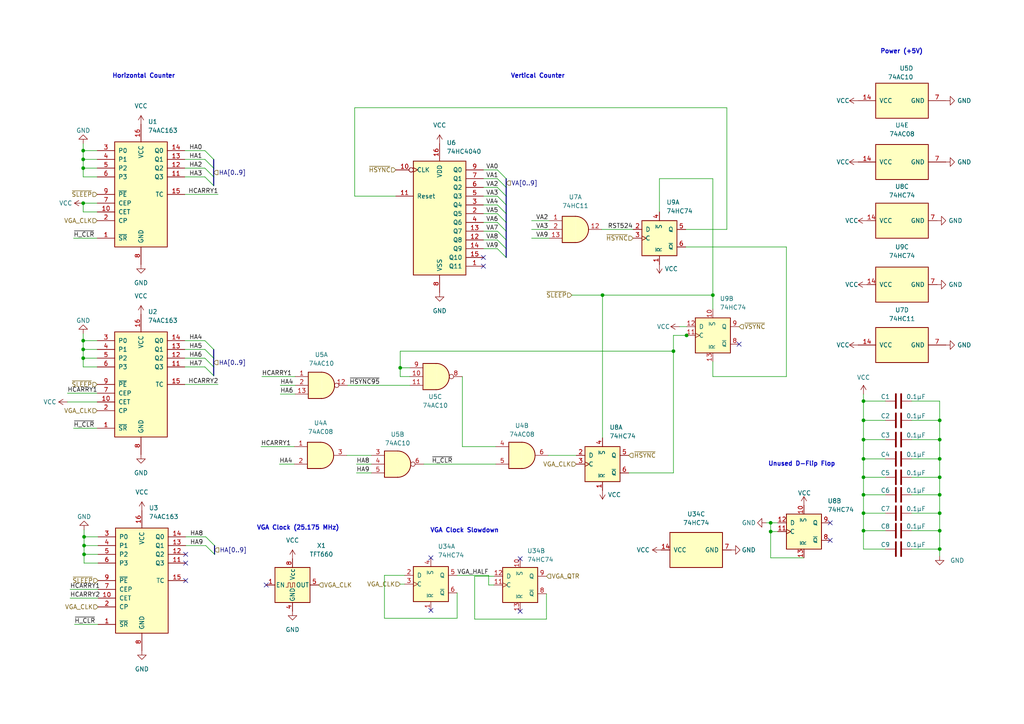
<source format=kicad_sch>
(kicad_sch (version 20211123) (generator eeschema)
  (paper "A4")
  (title_block (title "Synchronization") (date "2022-10-05") (rev "1.0") (company "Korey Bliss") (comment 1 "https://github.com/kblissExternal/6502"))
  (lib_symbols
    (symbol "4xxx:4040" (pin_names (offset 1.016))
      (property "Reference" "U" (at -7.62 16.51 0))
      (property "Value" "4040" (at -7.62 -19.05 0))
      (symbol "4040_1_0"
        (pin output line (at 12.7 -15.24 180) (length 5.08) (name "Q11") (number "1"))
        (pin input inverted_clock (at -12.7 12.7 0) (length 5.08) (name "CLK") (number "10"))
        (pin input line (at -12.7 5.08 0) (length 5.08) (name "Reset") (number "11"))
        (pin output line (at 12.7 -7.62 180) (length 5.08) (name "Q8") (number "12"))
        (pin output line (at 12.7 -5.08 180) (length 5.08) (name "Q7") (number "13"))
        (pin output line (at 12.7 -10.16 180) (length 5.08) (name "Q9") (number "14"))
        (pin output line (at 12.7 -12.7 180) (length 5.08) (name "Q10") (number "15"))
        (pin power_in line (at 0 20.32 270) (length 5.08) (name "VDD") (number "16"))
        (pin output line (at 12.7 0 180) (length 5.08) (name "Q5") (number "2"))
        (pin output line (at 12.7 2.54 180) (length 5.08) (name "Q4") (number "3"))
        (pin output line (at 12.7 -2.54 180) (length 5.08) (name "Q6") (number "4"))
        (pin output line (at 12.7 5.08 180) (length 5.08) (name "Q3") (number "5"))
        (pin output line (at 12.7 7.62 180) (length 5.08) (name "Q2") (number "6"))
        (pin output line (at 12.7 10.16 180) (length 5.08) (name "Q1") (number "7"))
        (pin power_in line (at 0 -22.86 90) (length 5.08) (name "VSS") (number "8"))
        (pin output line (at 12.7 12.7 180) (length 5.08) (name "Q0") (number "9"))
      )
    )
    (symbol "74acxx:74AC08" (pin_names (offset 1.016))
      (property "Reference" "U" (at 0 1.27 0))
      (property "Value" "74AC08" (at 0 -1.27 0))
      (symbol "74AC08_1_1"
        (pin input line (at -7.62 2.54 0) (length 3.81) (name "~") (number "1"))
        (pin input line (at -7.62 -2.54 0) (length 3.81) (name "~") (number "2"))
        (pin output line (at 7.62 0 180) (length 3.81) (name "~") (number "3"))
      )
      (symbol "74AC08_1_2"
        (pin input inverted (at -7.62 2.54 0) (length 4.318) (name "~") (number "1"))
        (pin input inverted (at -7.62 -2.54 0) (length 4.318) (name "~") (number "2"))
        (pin output inverted (at 7.62 0 180) (length 3.81) (name "~") (number "3"))
      )
      (symbol "74AC08_2_1"
        (pin input line (at -7.62 2.54 0) (length 3.81) (name "~") (number "4"))
        (pin input line (at -7.62 -2.54 0) (length 3.81) (name "~") (number "5"))
        (pin output line (at 7.62 0 180) (length 3.81) (name "~") (number "6"))
      )
      (symbol "74AC08_2_2"
        (pin input inverted (at -7.62 2.54 0) (length 4.318) (name "~") (number "4"))
        (pin input inverted (at -7.62 -2.54 0) (length 4.318) (name "~") (number "5"))
        (pin output inverted (at 7.62 0 180) (length 3.81) (name "~") (number "6"))
      )
      (symbol "74AC08_3_1"
        (pin input line (at -7.62 -2.54 0) (length 3.81) (name "~") (number "10"))
        (pin output line (at 7.62 0 180) (length 3.81) (name "~") (number "8"))
        (pin input line (at -7.62 2.54 0) (length 3.81) (name "~") (number "9"))
      )
      (symbol "74AC08_3_2"
        (pin input inverted (at -7.62 -2.54 0) (length 4.318) (name "~") (number "10"))
        (pin output inverted (at 7.62 0 180) (length 3.81) (name "~") (number "8"))
        (pin input inverted (at -7.62 2.54 0) (length 4.318) (name "~") (number "9"))
      )
      (symbol "74AC08_4_1"
        (pin output line (at 7.62 0 180) (length 3.81) (name "~") (number "11"))
        (pin input line (at -7.62 2.54 0) (length 3.81) (name "~") (number "12"))
        (pin input line (at -7.62 -2.54 0) (length 3.81) (name "~") (number "13"))
      )
      (symbol "74AC08_4_2"
        (pin output inverted (at 7.62 0 180) (length 3.81) (name "~") (number "11"))
        (pin input inverted (at -7.62 2.54 0) (length 4.318) (name "~") (number "12"))
        (pin input inverted (at -7.62 -2.54 0) (length 4.318) (name "~") (number "13"))
      )
      (symbol "74AC08_5_0"
        (pin power_in line (at 0 12.7 270) (length 5.08) (name "VCC") (number "14"))
        (pin power_in line (at 0 -12.7 90) (length 5.08) (name "GND") (number "7"))
      )
    )
    (symbol "74acxx:74AC10" (pin_names (offset 1.016))
      (property "Reference" "U" (at 0 1.27 0))
      (property "Value" "74AC10" (at 0 -1.27 0))
      (symbol "74AC10_1_1"
        (pin input line (at -7.62 2.54 0) (length 3.81) (name "~") (number "1"))
        (pin output inverted (at 7.62 0 180) (length 3.81) (name "~") (number "12"))
        (pin input line (at -7.62 -2.54 0) (length 3.81) (name "~") (number "13"))
        (pin input line (at -7.62 0 0) (length 3.81) (name "~") (number "2"))
      )
      (symbol "74AC10_1_2"
        (pin input inverted (at -7.62 2.54 0) (length 4.318) (name "~") (number "1"))
        (pin output line (at 7.62 0 180) (length 3.81) (name "~") (number "12"))
        (pin input inverted (at -7.62 -2.54 0) (length 4.318) (name "~") (number "13"))
        (pin input inverted (at -7.62 0 0) (length 4.953) (name "~") (number "2"))
      )
      (symbol "74AC10_2_1"
        (pin input line (at -7.62 2.54 0) (length 3.81) (name "~") (number "3"))
        (pin input line (at -7.62 0 0) (length 3.81) (name "~") (number "4"))
        (pin input line (at -7.62 -2.54 0) (length 3.81) (name "~") (number "5"))
        (pin output inverted (at 7.62 0 180) (length 3.81) (name "~") (number "6"))
      )
      (symbol "74AC10_2_2"
        (pin input inverted (at -7.62 2.54 0) (length 4.318) (name "~") (number "3"))
        (pin input inverted (at -7.62 0 0) (length 4.953) (name "~") (number "4"))
        (pin input inverted (at -7.62 -2.54 0) (length 4.318) (name "~") (number "5"))
        (pin output line (at 7.62 0 180) (length 3.81) (name "~") (number "6"))
      )
      (symbol "74AC10_3_1"
        (pin input line (at -7.62 0 0) (length 3.81) (name "~") (number "10"))
        (pin input line (at -7.62 -2.54 0) (length 3.81) (name "~") (number "11"))
        (pin output inverted (at 7.62 0 180) (length 3.81) (name "~") (number "8"))
        (pin input line (at -7.62 2.54 0) (length 3.81) (name "~") (number "9"))
      )
      (symbol "74AC10_3_2"
        (pin input inverted (at -7.62 0 0) (length 4.953) (name "~") (number "10"))
        (pin input inverted (at -7.62 -2.54 0) (length 4.318) (name "~") (number "11"))
        (pin output line (at 7.62 0 180) (length 3.81) (name "~") (number "8"))
        (pin input inverted (at -7.62 2.54 0) (length 4.318) (name "~") (number "9"))
      )
      (symbol "74AC10_4_0"
        (pin power_in line (at 0 12.7 270) (length 5.08) (name "VCC") (number "14"))
        (pin power_in line (at 0 -12.7 90) (length 5.08) (name "GND") (number "7"))
      )
    )
    (symbol "74acxx:74AC163" (pin_names (offset 1.016))
      (property "Reference" "U" (at -7.62 16.51 0))
      (property "Value" "74AC163" (at -7.62 -16.51 0))
      (symbol "74AC163_1_0"
        (pin input line (at -12.7 -12.7 0) (length 5.08) (name "~{SR}") (number "1"))
        (pin input line (at -12.7 -5.08 0) (length 5.08) (name "CET") (number "10"))
        (pin output line (at 12.7 5.08 180) (length 5.08) (name "Q3") (number "11"))
        (pin output line (at 12.7 7.62 180) (length 5.08) (name "Q2") (number "12"))
        (pin output line (at 12.7 10.16 180) (length 5.08) (name "Q1") (number "13"))
        (pin output line (at 12.7 12.7 180) (length 5.08) (name "Q0") (number "14"))
        (pin output line (at 12.7 0 180) (length 5.08) (name "TC") (number "15"))
        (pin power_in line (at 0 20.32 270) (length 5.08) (name "VCC") (number "16"))
        (pin input line (at -12.7 -7.62 0) (length 5.08) (name "CP") (number "2"))
        (pin input line (at -12.7 12.7 0) (length 5.08) (name "P0") (number "3"))
        (pin input line (at -12.7 10.16 0) (length 5.08) (name "P1") (number "4"))
        (pin input line (at -12.7 7.62 0) (length 5.08) (name "P2") (number "5"))
        (pin input line (at -12.7 5.08 0) (length 5.08) (name "P3") (number "6"))
        (pin input line (at -12.7 -2.54 0) (length 5.08) (name "CEP") (number "7"))
        (pin power_in line (at 0 -20.32 90) (length 5.08) (name "GND") (number "8"))
        (pin input line (at -12.7 0 0) (length 5.08) (name "~{PE}") (number "9"))
      )
    )
    (symbol "74acxx:74HC11" (pin_names (offset 1.016))
      (property "Reference" "U" (at 0 1.27 0))
      (property "Value" "74HC11" (at 0 -1.27 0))
      (symbol "74HC11_1_1"
        (pin input line (at -7.62 2.54 0) (length 3.81) (name "~") (number "1"))
        (pin output line (at 7.62 0 180) (length 3.81) (name "~") (number "12"))
        (pin input line (at -7.62 -2.54 0) (length 3.81) (name "~") (number "13"))
        (pin input line (at -7.62 0 0) (length 3.81) (name "~") (number "2"))
      )
      (symbol "74HC11_1_2"
        (pin input inverted (at -7.62 2.54 0) (length 4.318) (name "~") (number "1"))
        (pin output inverted (at 7.62 0 180) (length 3.81) (name "~") (number "12"))
        (pin input inverted (at -7.62 -2.54 0) (length 4.318) (name "~") (number "13"))
        (pin input inverted (at -7.62 0 0) (length 4.953) (name "~") (number "2"))
      )
      (symbol "74HC11_2_1"
        (pin input line (at -7.62 2.54 0) (length 3.81) (name "~") (number "3"))
        (pin input line (at -7.62 0 0) (length 3.81) (name "~") (number "4"))
        (pin input line (at -7.62 -2.54 0) (length 3.81) (name "~") (number "5"))
        (pin output line (at 7.62 0 180) (length 3.81) (name "~") (number "6"))
      )
      (symbol "74HC11_2_2"
        (pin input inverted (at -7.62 2.54 0) (length 4.318) (name "~") (number "3"))
        (pin input inverted (at -7.62 0 0) (length 4.953) (name "~") (number "4"))
        (pin input inverted (at -7.62 -2.54 0) (length 4.318) (name "~") (number "5"))
        (pin output inverted (at 7.62 0 180) (length 3.81) (name "~") (number "6"))
      )
      (symbol "74HC11_3_1"
        (pin input line (at -7.62 0 0) (length 3.81) (name "~") (number "10"))
        (pin input line (at -7.62 -2.54 0) (length 3.81) (name "~") (number "11"))
        (pin output line (at 7.62 0 180) (length 3.81) (name "~") (number "8"))
        (pin input line (at -7.62 2.54 0) (length 3.81) (name "~") (number "9"))
      )
      (symbol "74HC11_3_2"
        (pin input inverted (at -7.62 0 0) (length 4.953) (name "~") (number "10"))
        (pin input inverted (at -7.62 -2.54 0) (length 4.318) (name "~") (number "11"))
        (pin output inverted (at 7.62 0 180) (length 3.81) (name "~") (number "8"))
        (pin input inverted (at -7.62 2.54 0) (length 4.318) (name "~") (number "9"))
      )
      (symbol "74HC11_4_0"
        (pin power_in line (at 0 12.7 270) (length 5.08) (name "VCC") (number "14"))
        (pin power_in line (at 0 -12.7 90) (length 5.08) (name "GND") (number "7"))
      )
    )
    (symbol "74xx:74HC74" (pin_names (offset 1.016))
      (property "Reference" "U" (at -7.62 8.89 0))
      (property "Value" "74HC74" (at -7.62 -8.89 0))
      (symbol "74HC74_1_0"
        (pin input line (at 0 -7.62 90) (length 2.54) (name "~{R}") (number "1"))
        (pin input line (at -7.62 2.54 0) (length 2.54) (name "D") (number "2"))
        (pin input clock (at -7.62 0 0) (length 2.54) (name "C") (number "3"))
        (pin input line (at 0 7.62 270) (length 2.54) (name "~{S}") (number "4"))
        (pin output line (at 7.62 2.54 180) (length 2.54) (name "Q") (number "5"))
        (pin output line (at 7.62 -2.54 180) (length 2.54) (name "~{Q}") (number "6"))
      )
      (symbol "74HC74_2_0"
        (pin input line (at 0 7.62 270) (length 2.54) (name "~{S}") (number "10"))
        (pin input clock (at -7.62 0 0) (length 2.54) (name "C") (number "11"))
        (pin input line (at -7.62 2.54 0) (length 2.54) (name "D") (number "12"))
        (pin input line (at 0 -7.62 90) (length 2.54) (name "~{R}") (number "13"))
        (pin output line (at 7.62 -2.54 180) (length 2.54) (name "~{Q}") (number "8"))
        (pin output line (at 7.62 2.54 180) (length 2.54) (name "Q") (number "9"))
      )
      (symbol "74HC74_3_0"
        (pin power_in line (at 0 10.16 270) (length 2.54) (name "VCC") (number "14"))
        (pin power_in line (at 0 -10.16 90) (length 2.54) (name "GND") (number "7"))
      )
    )
    (symbol "Device:C" (pin_numbers hide) (pin_names (offset 0.254))
      (property "Reference" "C" (at 0.635 2.54 0))
      (property "Value" "C" (at 0.635 -2.54 0))
      (symbol "C_1_1"
        (pin passive line (at 0 3.81 270) (length 2.794) (name "~") (number "1"))
        (pin passive line (at 0 -3.81 90) (length 2.794) (name "~") (number "2"))
      )
    )
    (symbol "Oscillator:TFT660" (pin_names (offset 0.254))
      (property "Reference" "X" (at -5.08 6.35 0))
      (property "Value" "TFT660" (at 1.27 -6.35 0))
      (symbol "TFT660_1_1"
        (pin input line (at -7.62 0 0) (length 2.54) (name "EN") (number "1"))
        (pin power_in line (at 0 -7.62 90) (length 2.54) (name "GND") (number "4"))
        (pin output line (at 7.62 0 180) (length 2.54) (name "OUT") (number "5"))
        (pin power_in line (at 0 7.62 270) (length 2.54) (name "Vcc") (number "8"))
      )
    )
    (symbol "power:GND" (power) (pin_names (offset 0))
      (property "Value" "GND" (at 0 -3.81 0))
      (symbol "GND_1_1"
        (pin power_in line (at 0 0 270) (length 0) hide (name "GND") (number "1"))
      )
    )
    (symbol "power:VCC" (power) (pin_names (offset 0))
      (property "Value" "VCC" (at 0 3.81 0))
      (symbol "VCC_1_1"
        (pin power_in line (at 0 0 90) (length 0) hide (name "VCC") (number "1"))
      )
    )
  )
  (junction (at 24.384 155.702))
  (junction (at 24.13 46.228))
  (junction (at 272.542 133.096))
  (junction (at 272.542 138.43))
  (junction (at 250.444 138.43))
  (junction (at 24.13 101.346))
  (junction (at 272.542 153.924))
  (junction (at 195.326 101.854))
  (junction (at 250.444 116.332))
  (junction (at 272.542 121.92))
  (junction (at 24.13 58.928))
  (junction (at 250.444 121.92))
  (junction (at 24.384 160.782))
  (junction (at 116.078 106.68))
  (junction (at 24.13 43.688))
  (junction (at 250.444 133.096))
  (junction (at 272.542 148.844))
  (junction (at 250.444 153.924))
  (junction (at 206.756 85.598))
  (junction (at 199.136 97.282))
  (junction (at 272.542 127.508))
  (junction (at 250.444 127.508))
  (junction (at 272.542 159.258))
  (junction (at 24.384 158.242))
  (junction (at 223.52 151.638))
  (junction (at 24.13 98.806))
  (junction (at 272.542 143.51))
  (junction (at 250.444 148.844))
  (junction (at 24.13 48.768))
  (junction (at 24.13 103.886))
  (junction (at 250.444 143.51))
  (junction (at 223.52 154.178))
  (junction (at 174.752 85.598))
  (no_connect (at 53.848 160.782))
  (no_connect (at 214.376 99.822))
  (no_connect (at 124.968 177.038))
  (no_connect (at 124.968 161.798))
  (no_connect (at 150.876 177.292))
  (no_connect (at 150.876 162.052))
  (no_connect (at 53.848 163.322))
  (no_connect (at 140.208 77.216))
  (no_connect (at 140.208 74.676))
  (no_connect (at 240.792 151.638))
  (no_connect (at 240.792 156.718))
  (no_connect (at 53.848 168.402))
  (no_connect (at 77.216 169.672))
  (bus_entry (at 59.436 98.806) (size 2.54 2.54))
  (bus_entry (at 59.69 155.702) (size 2.54 2.54))
  (bus_entry (at 59.436 106.426) (size 2.54 2.54))
  (bus_entry (at 59.436 48.768) (size 2.54 2.54))
  (bus_entry (at 59.436 51.308) (size 2.54 2.54))
  (bus_entry (at 59.436 43.688) (size 2.54 2.54))
  (bus_entry (at 59.436 46.228) (size 2.54 2.54))
  (bus_entry (at 144.272 49.276) (size 2.54 2.54))
  (bus_entry (at 144.272 51.816) (size 2.54 2.54))
  (bus_entry (at 144.272 54.356) (size 2.54 2.54))
  (bus_entry (at 144.272 56.896) (size 2.54 2.54))
  (bus_entry (at 144.272 59.436) (size 2.54 2.54))
  (bus_entry (at 144.272 61.976) (size 2.54 2.54))
  (bus_entry (at 144.272 64.516) (size 2.54 2.54))
  (bus_entry (at 144.272 67.056) (size 2.54 2.54))
  (bus_entry (at 144.272 69.596) (size 2.54 2.54))
  (bus_entry (at 144.272 72.136) (size 2.54 2.54))
  (bus_entry (at 59.436 103.886) (size 2.54 2.54))
  (bus_entry (at 59.436 101.346) (size 2.54 2.54))
  (bus_entry (at 59.69 158.242) (size 2.54 2.54))
  (wire (pts (xy 272.542 159.258) (xy 272.542 161.29)))
  (wire (pts (xy 53.594 43.688) (xy 59.436 43.688)))
  (wire (pts (xy 154.178 64.008) (xy 159.258 64.008)))
  (wire (pts (xy 53.594 48.768) (xy 59.436 48.768)))
  (wire (pts (xy 24.13 46.228) (xy 28.194 46.228)))
  (wire (pts (xy 228.092 109.22) (xy 206.756 109.22)))
  (wire (pts (xy 140.208 54.356) (xy 144.272 54.356)))
  (bus (pts (xy 61.976 46.228) (xy 61.976 48.768)))
  (wire (pts (xy 24.13 58.928) (xy 28.194 58.928)))
  (wire (pts (xy 140.208 51.816) (xy 144.272 51.816)))
  (wire (pts (xy 154.178 69.088) (xy 159.258 69.088)))
  (bus (pts (xy 146.812 72.136) (xy 146.812 74.676)))
  (wire (pts (xy 24.384 155.702) (xy 28.448 155.702)))
  (wire (pts (xy 198.882 71.628) (xy 228.092 71.628)))
  (wire (pts (xy 140.208 56.896) (xy 144.272 56.896)))
  (wire (pts (xy 21.336 69.088) (xy 28.194 69.088)))
  (wire (pts (xy 24.13 41.656) (xy 24.13 43.688)))
  (wire (pts (xy 24.384 155.702) (xy 24.384 158.242)))
  (wire (pts (xy 272.542 138.43) (xy 272.542 143.51)))
  (wire (pts (xy 122.936 134.62) (xy 143.764 134.62)))
  (wire (pts (xy 174.752 127) (xy 174.752 85.598)))
  (wire (pts (xy 210.82 66.548) (xy 210.82 31.242)))
  (wire (pts (xy 272.542 127.508) (xy 272.542 121.92)))
  (wire (pts (xy 24.384 160.782) (xy 24.384 163.322)))
  (bus (pts (xy 61.976 106.426) (xy 61.976 108.966)))
  (wire (pts (xy 24.13 101.346) (xy 28.194 101.346)))
  (wire (pts (xy 140.208 72.136) (xy 144.272 72.136)))
  (wire (pts (xy 53.594 56.388) (xy 63.246 56.388)))
  (wire (pts (xy 195.326 101.854) (xy 195.326 137.16)))
  (wire (pts (xy 81.28 111.76) (xy 85.598 111.76)))
  (wire (pts (xy 53.848 155.702) (xy 59.69 155.702)))
  (wire (pts (xy 24.13 48.768) (xy 24.13 51.308)))
  (wire (pts (xy 116.078 169.418) (xy 117.348 169.418)))
  (wire (pts (xy 24.13 48.768) (xy 28.194 48.768)))
  (bus (pts (xy 146.812 59.436) (xy 146.812 61.976)))
  (bus (pts (xy 146.812 54.356) (xy 146.812 56.896)))
  (wire (pts (xy 191.262 61.468) (xy 191.262 51.816)))
  (wire (pts (xy 134.112 129.54) (xy 143.764 129.54)))
  (wire (pts (xy 250.444 133.096) (xy 250.444 138.43)))
  (wire (pts (xy 140.208 59.436) (xy 144.272 59.436)))
  (wire (pts (xy 250.444 121.92) (xy 256.794 121.92)))
  (wire (pts (xy 165.862 85.598) (xy 174.752 85.598)))
  (wire (pts (xy 141.732 166.878) (xy 141.732 169.672)))
  (wire (pts (xy 116.078 106.68) (xy 118.872 106.68)))
  (bus (pts (xy 61.976 48.768) (xy 61.976 51.308)))
  (wire (pts (xy 222.25 151.638) (xy 223.52 151.638)))
  (bus (pts (xy 146.812 69.596) (xy 146.812 72.136)))
  (wire (pts (xy 264.414 148.844) (xy 272.542 148.844)))
  (wire (pts (xy 24.13 43.688) (xy 24.13 46.228)))
  (wire (pts (xy 264.414 121.92) (xy 272.542 121.92)))
  (wire (pts (xy 81.28 114.3) (xy 85.598 114.3)))
  (wire (pts (xy 250.444 133.096) (xy 256.794 133.096)))
  (wire (pts (xy 191.262 51.816) (xy 206.756 51.816)))
  (wire (pts (xy 250.444 127.508) (xy 256.794 127.508)))
  (wire (pts (xy 250.444 138.43) (xy 250.444 143.51)))
  (wire (pts (xy 264.414 116.332) (xy 272.542 116.332)))
  (wire (pts (xy 116.078 106.68) (xy 116.078 109.22)))
  (wire (pts (xy 250.444 121.92) (xy 250.444 116.332)))
  (wire (pts (xy 158.496 179.578) (xy 158.496 172.212)))
  (wire (pts (xy 21.59 181.102) (xy 28.448 181.102)))
  (wire (pts (xy 195.326 97.282) (xy 195.326 101.854)))
  (wire (pts (xy 81.026 134.62) (xy 85.344 134.62)))
  (wire (pts (xy 24.13 98.806) (xy 24.13 101.346)))
  (wire (pts (xy 256.794 138.43) (xy 250.444 138.43)))
  (wire (pts (xy 195.326 137.16) (xy 182.372 137.16)))
  (wire (pts (xy 75.692 129.54) (xy 85.344 129.54)))
  (bus (pts (xy 146.812 61.976) (xy 146.812 64.516)))
  (bus (pts (xy 61.976 51.308) (xy 61.976 53.848)))
  (bus (pts (xy 62.23 158.242) (xy 62.23 160.782)))
  (wire (pts (xy 24.13 101.346) (xy 24.13 103.886)))
  (wire (pts (xy 206.756 109.22) (xy 206.756 104.902)))
  (bus (pts (xy 146.812 64.516) (xy 146.812 67.056)))
  (wire (pts (xy 174.498 66.548) (xy 183.642 66.548)))
  (wire (pts (xy 53.594 101.346) (xy 59.436 101.346)))
  (bus (pts (xy 146.812 51.816) (xy 146.812 54.356)))
  (wire (pts (xy 24.384 153.67) (xy 24.384 155.702)))
  (wire (pts (xy 28.194 51.308) (xy 24.13 51.308)))
  (wire (pts (xy 272.542 133.096) (xy 272.542 138.43)))
  (wire (pts (xy 19.558 116.586) (xy 28.194 116.586)))
  (wire (pts (xy 53.848 158.242) (xy 59.69 158.242)))
  (wire (pts (xy 272.542 127.508) (xy 272.542 133.096)))
  (bus (pts (xy 146.812 67.056) (xy 146.812 69.596)))
  (wire (pts (xy 250.444 148.844) (xy 250.444 153.924)))
  (wire (pts (xy 24.13 98.806) (xy 28.194 98.806)))
  (wire (pts (xy 256.794 159.258) (xy 250.444 159.258)))
  (wire (pts (xy 140.208 64.516) (xy 144.272 64.516)))
  (wire (pts (xy 199.39 97.282) (xy 199.136 97.282)))
  (bus (pts (xy 146.812 56.896) (xy 146.812 59.436)))
  (wire (pts (xy 250.444 143.51) (xy 250.444 148.844)))
  (wire (pts (xy 103.378 134.62) (xy 107.696 134.62)))
  (bus (pts (xy 61.976 101.346) (xy 61.976 103.886)))
  (wire (pts (xy 143.256 167.132) (xy 137.668 167.132)))
  (wire (pts (xy 223.52 151.638) (xy 225.552 151.638)))
  (wire (pts (xy 223.52 154.178) (xy 223.52 151.638)))
  (wire (pts (xy 250.444 116.332) (xy 256.794 116.332)))
  (wire (pts (xy 199.136 97.282) (xy 195.326 97.282)))
  (wire (pts (xy 250.444 153.924) (xy 250.444 159.258)))
  (wire (pts (xy 223.52 161.798) (xy 223.52 154.178)))
  (wire (pts (xy 272.542 116.332) (xy 272.542 121.92)))
  (wire (pts (xy 116.078 109.22) (xy 118.872 109.22)))
  (wire (pts (xy 225.552 154.178) (xy 223.52 154.178)))
  (wire (pts (xy 206.756 51.816) (xy 206.756 85.598)))
  (wire (pts (xy 140.208 69.596) (xy 144.272 69.596)))
  (wire (pts (xy 141.732 166.878) (xy 132.588 166.878)))
  (wire (pts (xy 210.82 31.242) (xy 102.87 31.242)))
  (wire (pts (xy 264.414 127.508) (xy 272.542 127.508)))
  (wire (pts (xy 197.104 94.742) (xy 199.136 94.742)))
  (wire (pts (xy 154.178 66.548) (xy 159.258 66.548)))
  (wire (pts (xy 20.32 173.482) (xy 28.448 173.482)))
  (wire (pts (xy 100.584 132.08) (xy 107.696 132.08)))
  (wire (pts (xy 28.448 163.322) (xy 24.384 163.322)))
  (wire (pts (xy 174.752 85.598) (xy 206.756 85.598)))
  (wire (pts (xy 137.668 179.578) (xy 158.496 179.578)))
  (wire (pts (xy 256.794 153.924) (xy 250.444 153.924)))
  (wire (pts (xy 19.558 114.046) (xy 28.194 114.046)))
  (wire (pts (xy 264.414 138.43) (xy 272.542 138.43)))
  (wire (pts (xy 206.756 85.598) (xy 206.756 89.662)))
  (wire (pts (xy 103.378 137.16) (xy 107.696 137.16)))
  (wire (pts (xy 24.384 160.782) (xy 28.448 160.782)))
  (wire (pts (xy 250.444 114.3) (xy 250.444 116.332)))
  (wire (pts (xy 53.594 98.806) (xy 59.436 98.806)))
  (wire (pts (xy 140.208 61.976) (xy 144.272 61.976)))
  (wire (pts (xy 264.414 133.096) (xy 272.542 133.096)))
  (wire (pts (xy 24.13 58.928) (xy 24.13 61.468)))
  (wire (pts (xy 116.078 101.854) (xy 116.078 106.68)))
  (wire (pts (xy 53.594 51.308) (xy 59.436 51.308)))
  (wire (pts (xy 117.348 166.878) (xy 111.506 166.878)))
  (wire (pts (xy 24.13 103.886) (xy 28.194 103.886)))
  (wire (pts (xy 24.13 46.228) (xy 24.13 48.768)))
  (wire (pts (xy 28.194 61.468) (xy 24.13 61.468)))
  (bus (pts (xy 61.976 103.886) (xy 61.976 106.426)))
  (wire (pts (xy 53.594 106.426) (xy 59.436 106.426)))
  (wire (pts (xy 132.588 179.324) (xy 132.588 171.958)))
  (wire (pts (xy 198.882 66.548) (xy 210.82 66.548)))
  (wire (pts (xy 256.794 143.51) (xy 250.444 143.51)))
  (wire (pts (xy 53.594 103.886) (xy 59.436 103.886)))
  (wire (pts (xy 21.336 124.206) (xy 28.194 124.206)))
  (wire (pts (xy 102.87 31.242) (xy 102.87 56.896)))
  (wire (pts (xy 140.208 67.056) (xy 144.272 67.056)))
  (wire (pts (xy 102.87 56.896) (xy 114.808 56.896)))
  (wire (pts (xy 250.444 121.92) (xy 250.444 127.508)))
  (wire (pts (xy 272.542 143.51) (xy 272.542 148.844)))
  (wire (pts (xy 24.13 43.688) (xy 28.194 43.688)))
  (wire (pts (xy 195.326 101.854) (xy 116.078 101.854)))
  (wire (pts (xy 111.506 166.878) (xy 111.506 179.324)))
  (wire (pts (xy 233.172 161.798) (xy 223.52 161.798)))
  (wire (pts (xy 272.542 153.924) (xy 272.542 159.258)))
  (wire (pts (xy 264.414 159.258) (xy 272.542 159.258)))
  (wire (pts (xy 53.594 46.228) (xy 59.436 46.228)))
  (wire (pts (xy 100.838 111.76) (xy 118.872 111.76)))
  (wire (pts (xy 24.384 158.242) (xy 28.448 158.242)))
  (wire (pts (xy 250.444 133.096) (xy 250.444 127.508)))
  (wire (pts (xy 24.13 96.774) (xy 24.13 98.806)))
  (wire (pts (xy 24.13 103.886) (xy 24.13 106.426)))
  (wire (pts (xy 24.384 158.242) (xy 24.384 160.782)))
  (wire (pts (xy 111.506 179.324) (xy 132.588 179.324)))
  (wire (pts (xy 159.004 132.08) (xy 167.132 132.08)))
  (wire (pts (xy 228.092 71.628) (xy 228.092 109.22)))
  (wire (pts (xy 20.32 170.942) (xy 28.448 170.942)))
  (wire (pts (xy 141.732 169.672) (xy 143.256 169.672)))
  (wire (pts (xy 28.194 106.426) (xy 24.13 106.426)))
  (wire (pts (xy 256.794 148.844) (xy 250.444 148.844)))
  (wire (pts (xy 264.414 143.51) (xy 272.542 143.51)))
  (wire (pts (xy 272.542 148.844) (xy 272.542 153.924)))
  (wire (pts (xy 140.208 49.276) (xy 144.272 49.276)))
  (wire (pts (xy 53.594 111.506) (xy 63.246 111.506)))
  (wire (pts (xy 264.414 153.924) (xy 272.542 153.924)))
  (wire (pts (xy 75.946 109.22) (xy 85.598 109.22)))
  (wire (pts (xy 134.112 109.22) (xy 134.112 129.54)))
  (wire (pts (xy 137.668 167.132) (xy 137.668 179.578)))
  (text "VGA Clock Slowdown" (at 124.714 154.686 0) (effects (font (size 1.27 1.27) (thickness 0.254) bold) (justify left bottom)))
  (text "Vertical Counter" (at 148.082 22.86 0) (effects (font (size 1.27 1.27) (thickness 0.254) bold) (justify left bottom)))
  (text "Power (+5V)" (at 255.27 15.748 0) (effects (font (size 1.27 1.27) (thickness 0.254) bold) (justify left bottom)))
  (text "VGA Clock (25.175 MHz)" (at 74.422 153.924 0) (effects (font (size 1.27 1.27) (thickness 0.254) bold) (justify left bottom)))
  (text "Horizontal Counter" (at 32.512 22.86 0) (effects (font (size 1.27 1.27) (thickness 0.254) bold) (justify left bottom)))
  (text "Unused D-Flip Flop" (at 222.758 135.382 0) (effects (font (size 1.27 1.27) (thickness 0.254) bold) (justify left bottom)))
  (label "VA3" (at 140.97 56.896 0))
  (label "VA2" (at 155.448 64.008 0))
  (label "~{H_CLR}" (at 21.336 69.088 0))
  (label "HA4" (at 81.026 134.62 0))
  (label "HA8" (at 55.118 155.702 0))
  (label "HA5" (at 54.864 101.346 0))
  (label "HA0" (at 54.864 43.688 0))
  (label "HA4" (at 54.864 98.806 0))
  (label "VA3" (at 155.448 66.548 0))
  (label "HCARRY2" (at 54.61 111.506 0))
  (label "RST524" (at 176.276 66.548 0))
  (label "HA9" (at 103.378 137.16 0))
  (label "VA8" (at 140.97 69.596 0))
  (label "HCARRY1" (at 54.61 56.388 0))
  (label "HCARRY1" (at 75.692 129.54 0))
  (label "HCARRY1" (at 75.946 109.22 0))
  (label "VA7" (at 140.97 67.056 0))
  (label "VGA_HALF" (at 141.732 166.878 180))
  (label "HA7" (at 54.864 106.426 0))
  (label "HA9" (at 55.118 158.242 0))
  (label "VA9" (at 140.97 72.136 0))
  (label "HA2" (at 54.864 48.768 0))
  (label "VA5" (at 140.97 61.976 0))
  (label "VA9" (at 155.448 69.088 0))
  (label "~{H_CLR}" (at 21.336 124.206 0))
  (label "HA6" (at 54.864 103.886 0))
  (label "HA4" (at 81.28 111.76 0))
  (label "~{H_CLR}" (at 21.59 181.102 0))
  (label "HA1" (at 54.864 46.228 0))
  (label "HA8" (at 103.378 134.62 0))
  (label "HA6" (at 81.28 114.3 0))
  (label "HCARRY2" (at 20.32 173.482 0))
  (label "VA4" (at 140.97 59.436 0))
  (label "~{HSYNC95}" (at 101.346 111.76 0))
  (label "~{H_CLR}" (at 125.222 134.62 0))
  (label "HCARRY1" (at 20.32 170.942 0))
  (label "VA1" (at 140.97 51.816 0))
  (label "VA2" (at 140.97 54.356 0))
  (label "HCARRY1" (at 19.558 114.046 0))
  (label "HA3" (at 54.864 51.308 0))
  (label "VA6" (at 140.97 64.516 0))
  (label "VA0" (at 140.97 49.276 0))
  (hierarchical_label "~{HSYNC}" (shape input) (at 182.372 132.08 0))
  (hierarchical_label "~{SLEEP}" (shape input) (at 28.194 111.506 180))
  (hierarchical_label "VA[0..9]" (shape input) (at 146.812 53.086 0))
  (hierarchical_label "VGA_CLK" (shape input) (at 28.194 119.126 180))
  (hierarchical_label "VGA_QTR" (shape input) (at 158.496 167.132 0))
  (hierarchical_label "~{HSYNC}" (shape input) (at 183.642 69.088 180))
  (hierarchical_label "~{VSYNC}" (shape input) (at 214.376 94.742 0))
  (hierarchical_label "~{SLEEP}" (shape input) (at 165.862 85.598 180))
  (hierarchical_label "~{SLEEP}" (shape input) (at 28.448 168.402 180))
  (hierarchical_label "HA[0..9]" (shape input) (at 62.23 159.512 0))
  (hierarchical_label "VGA_CLK" (shape input) (at 167.132 134.62 180))
  (hierarchical_label "~{SLEEP}" (shape input) (at 28.194 56.388 180))
  (hierarchical_label "VGA_CLK" (shape input) (at 28.448 176.022 180))
  (hierarchical_label "~{HSYNC}" (shape input) (at 114.808 49.276 180))
  (hierarchical_label "VGA_CLK" (shape input) (at 116.078 169.418 180))
  (hierarchical_label "VGA_CLK" (shape input) (at 92.456 169.672 0))
  (hierarchical_label "VGA_CLK" (shape input) (at 28.194 64.008 180))
  (hierarchical_label "HA[0..9]" (shape input) (at 61.976 50.038 0))
  (hierarchical_label "HA[0..9]" (shape input) (at 61.976 105.156 0))
  (symbol (lib_id "power:VCC") (at 197.104 94.742 90) (unit 1)
    (property "Reference" "#PWR020" (effects hide))
    (property "Value" "VCC" (at 190.5 94.742 90) (effects (justify right)))
  )
  (symbol (lib_id "Oscillator:TFT660") (at 84.836 169.672 0) (unit 1)
    (property "Reference" "X1" (at 93.218 158.242 0))
    (property "Value" "TFT660" (at 93.218 160.782 0))
    (property "Footprint" "Oscillator:Oscillator_DIP-8" (effects hide))
    (property "Datasheet" "https://www.mouser.com/datasheet/2/96/CTS_11052019_008_0258_0_I_MXO45_MXO45HS-1665263.pdf" (effects hide))
    (property "ComponentPurchaseUrl" "https://mou.sr/3qGWkpK" (effects hide))
    (property "FootprintPurchaseUrl" "https://mou.sr/3Uf4zXu" (effects hide))
  )
  (symbol (lib_id "power:GND") (at 274.32 29.21 90) (unit 1)
    (property "Reference" "#PWR030" (effects hide))
    (property "Value" "GND" (at 277.622 29.2099 90) (effects (justify right)))
  )
  (symbol (lib_id "power:VCC") (at 251.46 82.55 90) (unit 1)
    (property "Reference" "#PWR0101" (effects hide))
    (property "Value" "VCC" (at 245.11 82.55 90) (effects (justify right)))
  )
  (symbol (lib_id "power:GND") (at 222.25 151.638 270) (unit 1)
    (property "Reference" "#PWR016" (effects hide))
    (property "Value" "GND" (at 215.138 151.638 90) (effects (justify left)))
  )
  (symbol (lib_id "74acxx:74AC163") (at 40.894 56.388 0) (unit 1)
    (property "Reference" "U1" (at 42.9134 35.306 0) (effects (justify left)))
    (property "Value" "74AC163" (at 42.9134 37.846 0) (effects (justify left)))
    (property "Footprint" "Package_DIP:DIP-16_W7.62mm_Socket" (effects hide))
    (property "Datasheet" "https://www.mouser.com/datasheet/2/149/74act163-288276.pdf" (effects hide))
    (property "ComponentPurchaseUrl" "https://mou.sr/3Czc0lB" (effects hide))
    (property "FootprintPurchaseUrl" "https://mou.sr/3xt2Q7o" (effects hide))
  )
  (symbol (lib_id "power:VCC") (at 19.558 116.586 90) (unit 1)
    (property "Reference" "#PWR01" (effects hide))
    (property "Value" "VCC" (at 14.478 116.586 90))
  )
  (symbol (lib_id "power:VCC") (at 248.92 29.21 90) (unit 1)
    (property "Reference" "#PWR021" (effects hide))
    (property "Value" "VCC" (at 242.57 29.21 90) (effects (justify right)))
  )
  (symbol (lib_id "74acxx:74AC10") (at 115.316 134.62 0) (unit 2)
    (property "Reference" "U5" (at 115.316 125.984 0))
    (property "Value" "74AC10" (at 115.316 128.524 0))
    (property "Footprint" "Package_DIP:DIP-14_W7.62mm_Socket" (effects hide))
    (property "Datasheet" "http://www.ti.com/lit/gpn/sn74AC10" (effects hide))
    (property "ComponentPurchaseUrl" "https://mou.sr/3yE15Vs" (effects hide))
    (property "FootprintPurchaseUrl" "https://mou.sr/3fOMH5X" (effects hide))
  )
  (symbol (lib_id "4xxx:4040") (at 127.508 61.976 0) (unit 1)
    (property "Reference" "U6" (at 129.5274 41.402 0) (effects (justify left)))
    (property "Value" "74HC4040" (at 129.5274 43.942 0) (effects (justify left)))
    (property "Footprint" "Package_DIP:DIP-16_W7.62mm_Socket" (effects hide))
    (property "Datasheet" "http://www.intersil.com/content/dam/Intersil/documents/cd40/cd4020bms-24bms-40bms.pdf" (effects hide))
    (property "ComponentPurchaseUrl" "https://mou.sr/3EiHw8O" (effects hide))
    (property "FootprintPurchaseUrl" "https://mou.sr/3xt2Q7o" (effects hide))
  )
  (symbol (lib_id "74acxx:74HC11") (at 261.62 100.076 90) (unit 4)
    (property "Reference" "U7" (at 261.62 89.916 90))
    (property "Value" "74HC11" (at 261.62 92.456 90))
    (property "Footprint" "Package_DIP:DIP-14_W7.62mm_Socket" (effects hide))
    (property "Datasheet" "http://www.ti.com/lit/gpn/sn74HC11" (effects hide))
    (property "ComponentPurchaseUrl" "https://mou.sr/3eoFsBH" (effects hide))
    (property "FootprintPurchaseUrl" "https://mou.sr/3fOMH5X" (effects hide))
  )
  (symbol (lib_id "power:GND") (at 24.384 153.67 180) (unit 1)
    (property "Reference" "#PWR05" (effects hide))
    (property "Value" "GND" (at 22.352 149.86 0) (effects (justify right)))
  )
  (symbol (lib_id "power:GND") (at 271.78 82.55 90) (unit 1)
    (property "Reference" "#PWR028" (effects hide))
    (property "Value" "GND" (at 275.082 82.5499 90) (effects (justify right)))
  )
  (symbol (lib_id "74acxx:74AC08") (at 261.62 46.99 90) (unit 5)
    (property "Reference" "U4" (at 261.62 36.322 90))
    (property "Value" "74AC08" (at 261.62 38.862 90))
    (property "Footprint" "Package_DIP:DIP-14_W7.62mm_Socket" (effects hide))
    (property "Datasheet" "http://www.ti.com/lit/gpn/sn74AC08" (effects hide))
    (property "ComponentPurchaseUrl" "https://mou.sr/3SZD3MN" (effects hide))
    (property "FootprintPurchaseUrl" "https://mou.sr/3fOMH5X" (effects hide))
  )
  (symbol (lib_id "74acxx:74AC08") (at 92.964 132.08 0) (unit 1)
    (property "Reference" "U4" (at 92.964 122.682 0))
    (property "Value" "74AC08" (at 92.964 125.222 0))
    (property "Footprint" "Package_DIP:DIP-14_W7.62mm_Socket" (effects hide))
    (property "Datasheet" "http://www.ti.com/lit/gpn/sn74AC08" (effects hide))
    (property "ComponentPurchaseUrl" "https://mou.sr/3SZD3MN" (effects hide))
    (property "FootprintPurchaseUrl" "https://mou.sr/3fOMH5X" (effects hide))
  )
  (symbol (lib_id "power:GND") (at 84.836 177.292 0) (unit 1)
    (property "Reference" "#PWR013" (effects hide))
    (property "Value" "GND" (at 84.836 182.626 0))
  )
  (symbol (lib_id "power:VCC") (at 174.752 142.24 180) (unit 1)
    (property "Reference" "#PWR018" (effects hide))
    (property "Value" "VCC" (at 176.276 143.5099 0) (effects (justify right)))
  )
  (symbol (lib_id "74xx:74HC74") (at 261.62 64.008 90) (unit 3)
    (property "Reference" "U8" (at 261.62 54.102 90))
    (property "Value" "74HC74" (at 261.62 56.642 90))
    (property "Footprint" "Package_DIP:DIP-14_W7.62mm_Socket" (effects hide))
    (property "Datasheet" "74xx/74hc_hct74.pdf" (effects hide))
    (property "ComponentPurchaseUrl" "https://mou.sr/3efq4HB" (effects hide))
    (property "FootprintPurchaseUrl" "https://mou.sr/3fOMH5X" (effects hide))
  )
  (symbol (lib_id "Device:C") (at 260.604 133.096 270) (unit 1)
    (property "Reference" "C4" (at 256.794 131.826 90))
    (property "Value" "0.1µF" (at 265.684 131.826 90))
    (property "Footprint" "Capacitor_THT:C_Disc_D5.0mm_W2.5mm_P2.50mm" (effects hide))
    (property "Datasheet" "https://www.mouser.com/datasheet/2/427/dseries-1762011.pdf" (effects hide))
    (property "ComponentPurchaseUrl" "https://mou.sr/3L92t7l" (effects hide))
  )
  (symbol (lib_id "74xx:74HC74") (at 201.93 159.512 90) (unit 3)
    (property "Reference" "U34" (at 201.93 149.098 90))
    (property "Value" "74HC74" (at 201.93 151.638 90))
    (property "Footprint" "Package_DIP:DIP-14_W7.62mm_Socket" (effects hide))
    (property "Datasheet" "74xx/74hc_hct74.pdf" (effects hide))
    (property "ComponentPurchaseUrl" "https://mou.sr/3efq4HB" (effects hide))
    (property "FootprintPurchaseUrl" "https://mou.sr/3fOMH5X" (effects hide))
  )
  (symbol (lib_id "power:VCC") (at 40.894 91.186 0) (unit 1)
    (property "Reference" "#PWR08" (effects hide))
    (property "Value" "VCC" (at 40.894 85.852 0))
  )
  (symbol (lib_id "Device:C") (at 260.604 121.92 270) (unit 1)
    (property "Reference" "C2" (at 256.794 120.65 90))
    (property "Value" "0.1µF" (at 265.684 120.65 90))
    (property "Footprint" "Capacitor_THT:C_Disc_D5.0mm_W2.5mm_P2.50mm" (effects hide))
    (property "Datasheet" "https://www.mouser.com/datasheet/2/427/dseries-1762011.pdf" (effects hide))
    (property "ComponentPurchaseUrl" "https://mou.sr/3L92t7l" (effects hide))
  )
  (symbol (lib_id "power:GND") (at 271.78 64.008 90) (unit 1)
    (property "Reference" "#PWR0103" (effects hide))
    (property "Value" "GND" (at 275.082 64.0079 90) (effects (justify right)))
  )
  (symbol (lib_id "power:GND") (at 274.32 46.99 90) (unit 1)
    (property "Reference" "#PWR031" (effects hide))
    (property "Value" "GND" (at 277.622 46.9899 90) (effects (justify right)))
  )
  (symbol (lib_id "power:GND") (at 212.09 159.512 90) (unit 1)
    (property "Reference" "#PWR0114" (effects hide))
    (property "Value" "GND" (at 219.202 159.512 90) (effects (justify left)))
  )
  (symbol (lib_id "power:VCC") (at 41.148 148.082 0) (unit 1)
    (property "Reference" "#PWR010" (effects hide))
    (property "Value" "VCC" (at 41.148 142.748 0))
  )
  (symbol (lib_id "Device:C") (at 260.604 143.51 270) (unit 1)
    (property "Reference" "C6" (at 256.794 142.24 90))
    (property "Value" "0.1µF" (at 265.684 142.24 90))
    (property "Footprint" "Capacitor_THT:C_Disc_D5.0mm_W2.5mm_P2.50mm" (effects hide))
    (property "Datasheet" "https://www.mouser.com/datasheet/2/427/dseries-1762011.pdf" (effects hide))
    (property "ComponentPurchaseUrl" "https://mou.sr/3L92t7l" (effects hide))
  )
  (symbol (lib_id "power:VCC") (at 191.262 76.708 180) (unit 1)
    (property "Reference" "#PWR019" (effects hide))
    (property "Value" "VCC" (at 192.786 77.9779 0) (effects (justify right)))
  )
  (symbol (lib_id "power:GND") (at 41.148 188.722 0) (unit 1)
    (property "Reference" "#PWR011" (effects hide))
    (property "Value" "GND" (at 41.148 194.056 0))
  )
  (symbol (lib_id "power:VCC") (at 250.444 114.3 0) (unit 1)
    (property "Reference" "#PWR024" (effects hide))
    (property "Value" "VCC" (at 250.444 109.474 0))
  )
  (symbol (lib_id "74xx:74HC74") (at 191.262 69.088 0) (unit 1)
    (property "Reference" "U9" (at 193.2814 58.674 0) (effects (justify left)))
    (property "Value" "74HC74" (at 193.2814 61.214 0) (effects (justify left)))
    (property "Footprint" "Package_DIP:DIP-14_W7.62mm_Socket" (effects hide))
    (property "Datasheet" "74xx/74hc_hct74.pdf" (effects hide))
    (property "ComponentPurchaseUrl" "https://mou.sr/3efq4HB" (effects hide))
    (property "FootprintPurchaseUrl" "https://mou.sr/3fOMH5X" (effects hide))
  )
  (symbol (lib_id "power:VCC") (at 127.508 41.656 0) (unit 1)
    (property "Reference" "#PWR0110" (effects hide))
    (property "Value" "VCC" (at 127.508 36.322 0))
  )
  (symbol (lib_id "74acxx:74AC10") (at 126.492 109.22 0) (unit 3)
    (property "Reference" "U5" (at 126.238 115.062 0))
    (property "Value" "74AC10" (at 126.238 117.602 0))
    (property "Footprint" "Package_DIP:DIP-14_W7.62mm_Socket" (effects hide))
    (property "Datasheet" "http://www.ti.com/lit/gpn/sn74AC10" (effects hide))
    (property "ComponentPurchaseUrl" "https://mou.sr/3yE15Vs" (effects hide))
    (property "FootprintPurchaseUrl" "https://mou.sr/3fOMH5X" (effects hide))
  )
  (symbol (lib_id "74acxx:74HC11") (at 166.878 66.548 0) (unit 1)
    (property "Reference" "U7" (at 166.878 57.15 0))
    (property "Value" "74HC11" (at 166.878 59.69 0))
    (property "Footprint" "Package_DIP:DIP-14_W7.62mm_Socket" (effects hide))
    (property "Datasheet" "http://www.ti.com/lit/gpn/sn74HC11" (effects hide))
    (property "ComponentPurchaseUrl" "https://mou.sr/3eoFsBH" (effects hide))
    (property "FootprintPurchaseUrl" "https://mou.sr/3fOMH5X" (effects hide))
  )
  (symbol (lib_id "power:GND") (at 24.13 96.774 180) (unit 1)
    (property "Reference" "#PWR04" (effects hide))
    (property "Value" "GND" (at 22.098 92.964 0) (effects (justify right)))
  )
  (symbol (lib_id "74xx:74HC74") (at 124.968 169.418 0) (unit 1)
    (property "Reference" "U34" (at 126.9874 158.496 0) (effects (justify left)))
    (property "Value" "74HC74" (at 126.9874 161.036 0) (effects (justify left)))
    (property "Footprint" "Package_DIP:DIP-14_W7.62mm_Socket" (effects hide))
    (property "Datasheet" "74xx/74hc_hct74.pdf" (effects hide))
    (property "ComponentPurchaseUrl" "https://mou.sr/3efq4HB" (effects hide))
    (property "FootprintPurchaseUrl" "https://mou.sr/3fOMH5X" (effects hide))
  )
  (symbol (lib_id "power:GND") (at 127.508 84.836 0) (unit 1)
    (property "Reference" "#PWR015" (effects hide))
    (property "Value" "GND" (at 127.508 90.17 0))
  )
  (symbol (lib_id "74xx:74HC74") (at 233.172 154.178 0) (unit 2)
    (property "Reference" "U8" (at 240.03 145.288 0) (effects (justify left)))
    (property "Value" "74HC74" (at 240.03 147.828 0) (effects (justify left)))
    (property "Footprint" "Package_DIP:DIP-14_W7.62mm_Socket" (effects hide))
    (property "Datasheet" "74xx/74hc_hct74.pdf" (effects hide))
    (property "ComponentPurchaseUrl" "https://mou.sr/3efq4HB" (effects hide))
    (property "FootprintPurchaseUrl" "https://mou.sr/3fOMH5X" (effects hide))
  )
  (symbol (lib_id "Device:C") (at 260.604 153.924 270) (unit 1)
    (property "Reference" "C8" (at 256.794 152.654 90))
    (property "Value" "0.1µF" (at 265.684 152.654 90))
    (property "Footprint" "Capacitor_THT:C_Disc_D5.0mm_W2.5mm_P2.50mm" (effects hide))
    (property "Datasheet" "https://www.mouser.com/datasheet/2/427/dseries-1762011.pdf" (effects hide))
    (property "ComponentPurchaseUrl" "https://mou.sr/3L92t7l" (effects hide))
  )
  (symbol (lib_id "74xx:74HC74") (at 206.756 97.282 0) (unit 2)
    (property "Reference" "U9" (at 208.7754 86.614 0) (effects (justify left)))
    (property "Value" "74HC74" (at 208.7754 89.154 0) (effects (justify left)))
    (property "Footprint" "Package_DIP:DIP-14_W7.62mm_Socket" (effects hide))
    (property "Datasheet" "74xx/74hc_hct74.pdf" (effects hide))
    (property "ComponentPurchaseUrl" "https://mou.sr/3efq4HB" (effects hide))
    (property "FootprintPurchaseUrl" "https://mou.sr/3fOMH5X" (effects hide))
  )
  (symbol (lib_id "74acxx:74AC10") (at 261.62 29.21 90) (unit 4)
    (property "Reference" "U5" (at 264.922 19.812 90) (effects (justify left)))
    (property "Value" "74AC10" (at 264.922 22.352 90) (effects (justify left)))
    (property "Footprint" "Package_DIP:DIP-14_W7.62mm_Socket" (effects hide))
    (property "Datasheet" "http://www.ti.com/lit/gpn/sn74AC10" (effects hide))
    (property "ComponentPurchaseUrl" "https://mou.sr/3yE15Vs" (effects hide))
    (property "FootprintPurchaseUrl" "https://mou.sr/3fOMH5X" (effects hide))
  )
  (symbol (lib_id "power:VCC") (at 233.172 146.558 0) (unit 1)
    (property "Reference" "#PWR017" (effects hide))
    (property "Value" "VCC" (at 231.394 143.002 0) (effects (justify left)))
  )
  (symbol (lib_id "Device:C") (at 260.604 148.844 270) (unit 1)
    (property "Reference" "C7" (at 256.794 147.574 90))
    (property "Value" "0.1µF" (at 265.684 147.574 90))
    (property "Footprint" "Capacitor_THT:C_Disc_D5.0mm_W2.5mm_P2.50mm" (effects hide))
    (property "Datasheet" "https://www.mouser.com/datasheet/2/427/dseries-1762011.pdf" (effects hide))
    (property "ComponentPurchaseUrl" "https://mou.sr/3L92t7l" (effects hide))
  )
  (symbol (lib_id "power:VCC") (at 40.894 36.068 0) (unit 1)
    (property "Reference" "#PWR06" (effects hide))
    (property "Value" "VCC" (at 40.894 30.734 0))
  )
  (symbol (lib_id "Device:C") (at 260.604 127.508 270) (unit 1)
    (property "Reference" "C3" (at 256.794 126.238 90))
    (property "Value" "0.1µF" (at 265.684 126.238 90))
    (property "Footprint" "Capacitor_THT:C_Disc_D5.0mm_W2.5mm_P2.50mm" (effects hide))
    (property "Datasheet" "https://www.mouser.com/datasheet/2/427/dseries-1762011.pdf" (effects hide))
    (property "ComponentPurchaseUrl" "https://mou.sr/3L92t7l" (effects hide))
  )
  (symbol (lib_id "power:GND") (at 40.894 76.708 0) (unit 1)
    (property "Reference" "#PWR07" (effects hide))
    (property "Value" "GND" (at 40.894 82.042 0))
  )
  (symbol (lib_id "power:GND") (at 40.894 131.826 0) (unit 1)
    (property "Reference" "#PWR09" (effects hide))
    (property "Value" "GND" (at 40.894 137.16 0))
  )
  (symbol (lib_id "power:VCC") (at 251.46 64.008 90) (unit 1)
    (property "Reference" "#PWR0102" (effects hide))
    (property "Value" "VCC" (at 245.11 64.008 90) (effects (justify right)))
  )
  (symbol (lib_id "Device:C") (at 260.604 159.258 270) (unit 1)
    (property "Reference" "C9" (at 256.794 157.988 90))
    (property "Value" "0.1µF" (at 265.684 157.988 90))
    (property "Footprint" "Capacitor_THT:C_Disc_D5.0mm_W2.5mm_P2.50mm" (effects hide))
    (property "Datasheet" "https://www.mouser.com/datasheet/2/427/dseries-1762011.pdf" (effects hide))
    (property "ComponentPurchaseUrl" "https://mou.sr/3L92t7l" (effects hide))
  )
  (symbol (lib_id "74acxx:74AC163") (at 40.894 111.506 0) (unit 1)
    (property "Reference" "U2" (at 42.9134 90.424 0) (effects (justify left)))
    (property "Value" "74AC163" (at 42.9134 92.964 0) (effects (justify left)))
    (property "Footprint" "Package_DIP:DIP-16_W7.62mm_Socket" (effects hide))
    (property "Datasheet" "https://www.mouser.com/datasheet/2/149/74act163-288276.pdf" (effects hide))
    (property "ComponentPurchaseUrl" "https://mou.sr/3Czc0lB" (effects hide))
    (property "FootprintPurchaseUrl" "https://mou.sr/3xt2Q7o" (effects hide))
  )
  (symbol (lib_id "74xx:74HC74") (at 150.876 169.672 0) (unit 2)
    (property "Reference" "U34" (at 152.8954 159.766 0) (effects (justify left)))
    (property "Value" "74HC74" (at 152.8954 162.306 0) (effects (justify left)))
    (property "Footprint" "Package_DIP:DIP-14_W7.62mm_Socket" (effects hide))
    (property "Datasheet" "74xx/74hc_hct74.pdf" (effects hide))
    (property "ComponentPurchaseUrl" "https://mou.sr/3efq4HB" (effects hide))
    (property "FootprintPurchaseUrl" "https://mou.sr/3fOMH5X" (effects hide))
  )
  (symbol (lib_id "power:VCC") (at 248.92 100.076 90) (unit 1)
    (property "Reference" "#PWR023" (effects hide))
    (property "Value" "VCC" (at 242.57 100.076 90) (effects (justify right)))
  )
  (symbol (lib_id "power:VCC") (at 248.92 46.99 90) (unit 1)
    (property "Reference" "#PWR022" (effects hide))
    (property "Value" "VCC" (at 242.57 46.99 90) (effects (justify right)))
  )
  (symbol (lib_id "Device:C") (at 260.604 116.332 270) (unit 1)
    (property "Reference" "C1" (at 256.794 115.062 90))
    (property "Value" "0.1µF" (at 265.684 115.062 90))
    (property "Footprint" "Capacitor_THT:C_Disc_D5.0mm_W2.5mm_P2.50mm" (effects hide))
    (property "Datasheet" "https://www.mouser.com/datasheet/2/427/dseries-1762011.pdf" (effects hide))
    (property "ComponentPurchaseUrl" "https://mou.sr/3L92t7l" (effects hide))
  )
  (symbol (lib_id "power:VCC") (at 84.836 162.052 0) (unit 1)
    (property "Reference" "#PWR012" (effects hide))
    (property "Value" "VCC" (at 84.836 156.718 0))
  )
  (symbol (lib_id "74acxx:74AC163") (at 41.148 168.402 0) (unit 1)
    (property "Reference" "U3" (at 43.1674 147.32 0) (effects (justify left)))
    (property "Value" "74AC163" (at 43.1674 149.86 0) (effects (justify left)))
    (property "Footprint" "Package_DIP:DIP-16_W7.62mm_Socket" (effects hide))
    (property "Datasheet" "https://www.mouser.com/datasheet/2/149/74act163-288276.pdf" (effects hide))
    (property "ComponentPurchaseUrl" "https://mou.sr/3Czc0lB" (effects hide))
    (property "FootprintPurchaseUrl" "https://mou.sr/3xt2Q7o" (effects hide))
  )
  (symbol (lib_id "74acxx:74AC08") (at 151.384 132.08 0) (unit 2)
    (property "Reference" "U4" (at 151.384 123.444 0))
    (property "Value" "74AC08" (at 151.384 125.984 0))
    (property "Footprint" "Package_DIP:DIP-14_W7.62mm_Socket" (effects hide))
    (property "Datasheet" "http://www.ti.com/lit/gpn/sn74AC08" (effects hide))
    (property "ComponentPurchaseUrl" "https://mou.sr/3SZD3MN" (effects hide))
    (property "FootprintPurchaseUrl" "https://mou.sr/3fOMH5X" (effects hide))
  )
  (symbol (lib_id "power:GND") (at 24.13 41.656 180) (unit 1)
    (property "Reference" "#PWR02" (effects hide))
    (property "Value" "GND" (at 22.098 37.846 0) (effects (justify right)))
  )
  (symbol (lib_id "power:VCC") (at 191.77 159.512 90) (unit 1)
    (property "Reference" "#PWR0115" (effects hide))
    (property "Value" "VCC" (at 188.468 159.512 90) (effects (justify left)))
  )
  (symbol (lib_id "74xx:74HC74") (at 174.752 134.62 0) (unit 1)
    (property "Reference" "U8" (at 176.7714 123.952 0) (effects (justify left)))
    (property "Value" "74HC74" (at 176.7714 126.492 0) (effects (justify left)))
    (property "Footprint" "Package_DIP:DIP-14_W7.62mm_Socket" (effects hide))
    (property "Datasheet" "74xx/74hc_hct74.pdf" (effects hide))
    (property "ComponentPurchaseUrl" "https://mou.sr/3efq4HB" (effects hide))
    (property "FootprintPurchaseUrl" "https://mou.sr/3fOMH5X" (effects hide))
  )
  (symbol (lib_id "74xx:74HC74") (at 261.62 82.55 90) (unit 3)
    (property "Reference" "U9" (at 261.62 71.628 90))
    (property "Value" "74HC74" (at 261.62 74.168 90))
    (property "Footprint" "Package_DIP:DIP-14_W7.62mm_Socket" (effects hide))
    (property "Datasheet" "74xx/74hc_hct74.pdf" (effects hide))
    (property "ComponentPurchaseUrl" "https://mou.sr/3efq4HB" (effects hide))
    (property "FootprintPurchaseUrl" "https://mou.sr/3fOMH5X" (effects hide))
  )
  (symbol (lib_id "74acxx:74AC10") (at 93.218 111.76 0) (unit 1)
    (property "Reference" "U5" (at 93.218 102.87 0))
    (property "Value" "74AC10" (at 93.218 105.41 0))
    (property "Footprint" "Package_DIP:DIP-14_W7.62mm_Socket" (effects hide))
    (property "Datasheet" "http://www.ti.com/lit/gpn/sn74AC10" (effects hide))
    (property "ComponentPurchaseUrl" "https://mou.sr/3yE15Vs" (effects hide))
    (property "FootprintPurchaseUrl" "https://mou.sr/3fOMH5X" (effects hide))
  )
  (symbol (lib_id "Device:C") (at 260.604 138.43 270) (unit 1)
    (property "Reference" "C5" (at 256.794 137.16 90))
    (property "Value" "0.1µF" (at 265.684 137.16 90))
    (property "Footprint" "Capacitor_THT:C_Disc_D5.0mm_W2.5mm_P2.50mm" (effects hide))
    (property "Datasheet" "https://www.mouser.com/datasheet/2/427/dseries-1762011.pdf" (effects hide))
    (property "ComponentPurchaseUrl" "https://mou.sr/3L92t7l" (effects hide))
  )
  (symbol (lib_id "power:VCC") (at 24.13 58.928 90) (unit 1)
    (property "Reference" "#PWR03" (effects hide))
    (property "Value" "VCC" (at 19.05 58.928 90))
  )
  (symbol (lib_id "power:GND") (at 274.32 100.076 90) (unit 1)
    (property "Reference" "#PWR032" (effects hide))
    (property "Value" "GND" (at 277.622 100.0759 90) (effects (justify right)))
  )
  (symbol (lib_id "power:GND") (at 272.542 161.29 0) (unit 1)
    (property "Reference" "#PWR029" (effects hide))
    (property "Value" "GND" (at 275.59 162.5599 0) (effects (justify left)))
  )
)
</source>
